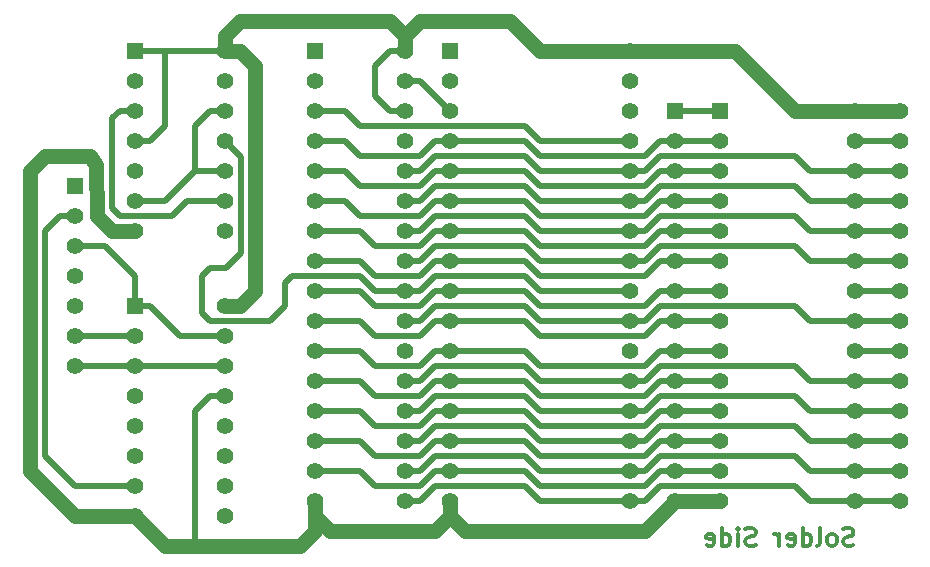
<source format=gbl>
G04 (created by PCBNEW (2013-07-07 BZR 4022)-stable) date 11/12/2014 2:51:25 PM*
%MOIN*%
G04 Gerber Fmt 3.4, Leading zero omitted, Abs format*
%FSLAX34Y34*%
G01*
G70*
G90*
G04 APERTURE LIST*
%ADD10C,0.00590551*%
%ADD11C,0.011811*%
%ADD12R,0.055X0.055*%
%ADD13C,0.055*%
%ADD14C,0.02*%
%ADD15C,0.05*%
G04 APERTURE END LIST*
G54D10*
G54D11*
X109960Y-55960D02*
X109876Y-55989D01*
X109735Y-55989D01*
X109679Y-55960D01*
X109651Y-55932D01*
X109623Y-55876D01*
X109623Y-55820D01*
X109651Y-55764D01*
X109679Y-55735D01*
X109735Y-55707D01*
X109848Y-55679D01*
X109904Y-55651D01*
X109932Y-55623D01*
X109960Y-55567D01*
X109960Y-55510D01*
X109932Y-55454D01*
X109904Y-55426D01*
X109848Y-55398D01*
X109707Y-55398D01*
X109623Y-55426D01*
X109285Y-55989D02*
X109341Y-55960D01*
X109370Y-55932D01*
X109398Y-55876D01*
X109398Y-55707D01*
X109370Y-55651D01*
X109341Y-55623D01*
X109285Y-55595D01*
X109201Y-55595D01*
X109145Y-55623D01*
X109116Y-55651D01*
X109088Y-55707D01*
X109088Y-55876D01*
X109116Y-55932D01*
X109145Y-55960D01*
X109201Y-55989D01*
X109285Y-55989D01*
X108751Y-55989D02*
X108807Y-55960D01*
X108835Y-55904D01*
X108835Y-55398D01*
X108273Y-55989D02*
X108273Y-55398D01*
X108273Y-55960D02*
X108329Y-55989D01*
X108442Y-55989D01*
X108498Y-55960D01*
X108526Y-55932D01*
X108554Y-55876D01*
X108554Y-55707D01*
X108526Y-55651D01*
X108498Y-55623D01*
X108442Y-55595D01*
X108329Y-55595D01*
X108273Y-55623D01*
X107767Y-55960D02*
X107823Y-55989D01*
X107935Y-55989D01*
X107992Y-55960D01*
X108020Y-55904D01*
X108020Y-55679D01*
X107992Y-55623D01*
X107935Y-55595D01*
X107823Y-55595D01*
X107767Y-55623D01*
X107739Y-55679D01*
X107739Y-55735D01*
X108020Y-55792D01*
X107485Y-55989D02*
X107485Y-55595D01*
X107485Y-55707D02*
X107457Y-55651D01*
X107429Y-55623D01*
X107373Y-55595D01*
X107317Y-55595D01*
X106698Y-55960D02*
X106614Y-55989D01*
X106473Y-55989D01*
X106417Y-55960D01*
X106389Y-55932D01*
X106361Y-55876D01*
X106361Y-55820D01*
X106389Y-55764D01*
X106417Y-55735D01*
X106473Y-55707D01*
X106586Y-55679D01*
X106642Y-55651D01*
X106670Y-55623D01*
X106698Y-55567D01*
X106698Y-55510D01*
X106670Y-55454D01*
X106642Y-55426D01*
X106586Y-55398D01*
X106445Y-55398D01*
X106361Y-55426D01*
X106107Y-55989D02*
X106107Y-55595D01*
X106107Y-55398D02*
X106136Y-55426D01*
X106107Y-55454D01*
X106079Y-55426D01*
X106107Y-55398D01*
X106107Y-55454D01*
X105573Y-55989D02*
X105573Y-55398D01*
X105573Y-55960D02*
X105629Y-55989D01*
X105742Y-55989D01*
X105798Y-55960D01*
X105826Y-55932D01*
X105854Y-55876D01*
X105854Y-55707D01*
X105826Y-55651D01*
X105798Y-55623D01*
X105742Y-55595D01*
X105629Y-55595D01*
X105573Y-55623D01*
X105067Y-55960D02*
X105123Y-55989D01*
X105236Y-55989D01*
X105292Y-55960D01*
X105320Y-55904D01*
X105320Y-55679D01*
X105292Y-55623D01*
X105236Y-55595D01*
X105123Y-55595D01*
X105067Y-55623D01*
X105039Y-55679D01*
X105039Y-55735D01*
X105320Y-55792D01*
G54D12*
X84000Y-44000D03*
G54D13*
X84000Y-45000D03*
X84000Y-46000D03*
X84000Y-47000D03*
X84000Y-48000D03*
X84000Y-49000D03*
X84000Y-50000D03*
G54D12*
X96500Y-39500D03*
G54D13*
X96500Y-40500D03*
X96500Y-41500D03*
X96500Y-42500D03*
X96500Y-43500D03*
X96500Y-44500D03*
X96500Y-45500D03*
X96500Y-46500D03*
X96500Y-47500D03*
X96500Y-48500D03*
X96500Y-49500D03*
X96500Y-50500D03*
X96500Y-51500D03*
X96500Y-52500D03*
X96500Y-53500D03*
X96500Y-54500D03*
X102500Y-54500D03*
X102500Y-53500D03*
X102500Y-52500D03*
X102500Y-51500D03*
X102500Y-50500D03*
X102500Y-49500D03*
X102500Y-48500D03*
X102500Y-47500D03*
X102500Y-46500D03*
X102500Y-45500D03*
X102500Y-44500D03*
X102500Y-43500D03*
X102500Y-42500D03*
X102500Y-41500D03*
X102500Y-40500D03*
X102500Y-39500D03*
G54D12*
X105500Y-41500D03*
G54D13*
X105500Y-42500D03*
X105500Y-43500D03*
X105500Y-44500D03*
X105500Y-45500D03*
X105500Y-46500D03*
X105500Y-47500D03*
X105500Y-48500D03*
X105500Y-49500D03*
X105500Y-50500D03*
X105500Y-51500D03*
X105500Y-52500D03*
X105500Y-53500D03*
X105500Y-54500D03*
X111500Y-54500D03*
X111500Y-53500D03*
X111500Y-52500D03*
X111500Y-51500D03*
X111500Y-50500D03*
X111500Y-49500D03*
X111500Y-48500D03*
X111500Y-47500D03*
X111500Y-46500D03*
X111500Y-45500D03*
X111500Y-44500D03*
X111500Y-43500D03*
X111500Y-42500D03*
X111500Y-41500D03*
G54D12*
X104000Y-41500D03*
G54D13*
X104000Y-42500D03*
X104000Y-43500D03*
X104000Y-44500D03*
X104000Y-45500D03*
X104000Y-46500D03*
X104000Y-47500D03*
X104000Y-48500D03*
X104000Y-49500D03*
X104000Y-50500D03*
X104000Y-51500D03*
X104000Y-52500D03*
X104000Y-53500D03*
X104000Y-54500D03*
X110000Y-54500D03*
X110000Y-53500D03*
X110000Y-52500D03*
X110000Y-51500D03*
X110000Y-50500D03*
X110000Y-49500D03*
X110000Y-48500D03*
X110000Y-47500D03*
X110000Y-46500D03*
X110000Y-45500D03*
X110000Y-44500D03*
X110000Y-43500D03*
X110000Y-42500D03*
X110000Y-41500D03*
G54D12*
X86000Y-48000D03*
G54D13*
X86000Y-49000D03*
X86000Y-50000D03*
X86000Y-51000D03*
X86000Y-52000D03*
X86000Y-53000D03*
X86000Y-54000D03*
X86000Y-55000D03*
X89000Y-55000D03*
X89000Y-54000D03*
X89000Y-53000D03*
X89000Y-52000D03*
X89000Y-51000D03*
X89000Y-50000D03*
X89000Y-49000D03*
X89000Y-48000D03*
G54D12*
X86000Y-39500D03*
G54D13*
X86000Y-40500D03*
X86000Y-41500D03*
X86000Y-42500D03*
X86000Y-43500D03*
X86000Y-44500D03*
X86000Y-45500D03*
X89000Y-45500D03*
X89000Y-44500D03*
X89000Y-43500D03*
X89000Y-42500D03*
X89000Y-41500D03*
X89000Y-40500D03*
X89000Y-39500D03*
G54D12*
X92000Y-39500D03*
G54D13*
X92000Y-40500D03*
X92000Y-41500D03*
X92000Y-42500D03*
X92000Y-43500D03*
X92000Y-44500D03*
X92000Y-45500D03*
X92000Y-46500D03*
X92000Y-47500D03*
X92000Y-48500D03*
X92000Y-49500D03*
X92000Y-50500D03*
X92000Y-51500D03*
X92000Y-52500D03*
X92000Y-53500D03*
X92000Y-54500D03*
X95000Y-54500D03*
X95000Y-53500D03*
X95000Y-52500D03*
X95000Y-51500D03*
X95000Y-50500D03*
X95000Y-49500D03*
X95000Y-48500D03*
X95000Y-47500D03*
X95000Y-46500D03*
X95000Y-45500D03*
X95000Y-44500D03*
X95000Y-43500D03*
X95000Y-42500D03*
X95000Y-41500D03*
X95000Y-40500D03*
X95000Y-39500D03*
G54D14*
X96500Y-50500D02*
X96000Y-50500D01*
X93500Y-50500D02*
X92000Y-50500D01*
X94000Y-51000D02*
X93500Y-50500D01*
X95500Y-51000D02*
X94000Y-51000D01*
X96000Y-50500D02*
X95500Y-51000D01*
X104000Y-50500D02*
X103500Y-50500D01*
X99000Y-50500D02*
X96500Y-50500D01*
X99500Y-51000D02*
X99000Y-50500D01*
X103000Y-51000D02*
X99500Y-51000D01*
X103500Y-50500D02*
X103000Y-51000D01*
X104000Y-50500D02*
X105500Y-50500D01*
X96500Y-49500D02*
X96000Y-49500D01*
X93500Y-49500D02*
X92000Y-49500D01*
X94000Y-50000D02*
X93500Y-49500D01*
X95500Y-50000D02*
X94000Y-50000D01*
X96000Y-49500D02*
X95500Y-50000D01*
X104000Y-49500D02*
X103500Y-49500D01*
X99000Y-49500D02*
X96500Y-49500D01*
X99500Y-50000D02*
X99000Y-49500D01*
X103000Y-50000D02*
X99500Y-50000D01*
X103500Y-49500D02*
X103000Y-50000D01*
X104000Y-49500D02*
X105500Y-49500D01*
X102500Y-48500D02*
X99500Y-48500D01*
X95500Y-48500D02*
X95000Y-48500D01*
X96000Y-48000D02*
X95500Y-48500D01*
X99000Y-48000D02*
X96000Y-48000D01*
X99500Y-48500D02*
X99000Y-48000D01*
X110000Y-48500D02*
X108500Y-48500D01*
X103000Y-48500D02*
X102500Y-48500D01*
X103500Y-48000D02*
X103000Y-48500D01*
X108000Y-48000D02*
X103500Y-48000D01*
X108500Y-48500D02*
X108000Y-48000D01*
X110000Y-48500D02*
X111500Y-48500D01*
X102500Y-46500D02*
X99500Y-46500D01*
X95500Y-46500D02*
X95000Y-46500D01*
X96000Y-46000D02*
X95500Y-46500D01*
X99000Y-46000D02*
X96000Y-46000D01*
X99500Y-46500D02*
X99000Y-46000D01*
X110000Y-46500D02*
X108500Y-46500D01*
X103000Y-46500D02*
X102500Y-46500D01*
X103500Y-46000D02*
X103000Y-46500D01*
X108000Y-46000D02*
X103500Y-46000D01*
X108500Y-46500D02*
X108000Y-46000D01*
X110000Y-46500D02*
X111500Y-46500D01*
X96500Y-42500D02*
X96000Y-42500D01*
X93000Y-42500D02*
X92000Y-42500D01*
X93500Y-43000D02*
X93000Y-42500D01*
X95500Y-43000D02*
X93500Y-43000D01*
X96000Y-42500D02*
X95500Y-43000D01*
X104000Y-42500D02*
X103500Y-42500D01*
X99000Y-42500D02*
X96500Y-42500D01*
X99500Y-43000D02*
X99000Y-42500D01*
X103000Y-43000D02*
X99500Y-43000D01*
X103500Y-42500D02*
X103000Y-43000D01*
X104000Y-42500D02*
X105500Y-42500D01*
X102500Y-43500D02*
X99500Y-43500D01*
X95500Y-43500D02*
X95000Y-43500D01*
X96000Y-43000D02*
X95500Y-43500D01*
X99000Y-43000D02*
X96000Y-43000D01*
X99500Y-43500D02*
X99000Y-43000D01*
X110000Y-43500D02*
X108500Y-43500D01*
X103000Y-43500D02*
X102500Y-43500D01*
X103500Y-43000D02*
X103000Y-43500D01*
X108000Y-43000D02*
X103500Y-43000D01*
X108500Y-43500D02*
X108000Y-43000D01*
X110000Y-43500D02*
X111500Y-43500D01*
X96500Y-48500D02*
X96000Y-48500D01*
X93500Y-48500D02*
X92000Y-48500D01*
X94000Y-49000D02*
X93500Y-48500D01*
X95500Y-49000D02*
X94000Y-49000D01*
X96000Y-48500D02*
X95500Y-49000D01*
X104000Y-48500D02*
X103500Y-48500D01*
X99000Y-48500D02*
X96500Y-48500D01*
X99500Y-49000D02*
X99000Y-48500D01*
X103000Y-49000D02*
X99500Y-49000D01*
X103500Y-48500D02*
X103000Y-49000D01*
X104000Y-48500D02*
X105500Y-48500D01*
X96500Y-47500D02*
X96000Y-47500D01*
X93500Y-47500D02*
X92000Y-47500D01*
X94000Y-48000D02*
X93500Y-47500D01*
X95500Y-48000D02*
X94000Y-48000D01*
X96000Y-47500D02*
X95500Y-48000D01*
X104000Y-47500D02*
X103500Y-47500D01*
X99000Y-47500D02*
X96500Y-47500D01*
X99500Y-48000D02*
X99000Y-47500D01*
X103000Y-48000D02*
X99500Y-48000D01*
X103500Y-47500D02*
X103000Y-48000D01*
X104000Y-47500D02*
X105500Y-47500D01*
X96500Y-46500D02*
X96000Y-46500D01*
X93500Y-46500D02*
X92000Y-46500D01*
X94000Y-47000D02*
X93500Y-46500D01*
X95500Y-47000D02*
X94000Y-47000D01*
X96000Y-46500D02*
X95500Y-47000D01*
X104000Y-46500D02*
X103500Y-46500D01*
X99000Y-46500D02*
X96500Y-46500D01*
X99500Y-47000D02*
X99000Y-46500D01*
X103000Y-47000D02*
X99500Y-47000D01*
X103500Y-46500D02*
X103000Y-47000D01*
X104000Y-46500D02*
X105500Y-46500D01*
X96500Y-45500D02*
X96000Y-45500D01*
X93500Y-45500D02*
X92000Y-45500D01*
X94000Y-46000D02*
X93500Y-45500D01*
X95500Y-46000D02*
X94000Y-46000D01*
X96000Y-45500D02*
X95500Y-46000D01*
X104000Y-45500D02*
X103500Y-45500D01*
X99000Y-45500D02*
X96500Y-45500D01*
X99500Y-46000D02*
X99000Y-45500D01*
X103000Y-46000D02*
X99500Y-46000D01*
X103500Y-45500D02*
X103000Y-46000D01*
X104000Y-45500D02*
X105500Y-45500D01*
X96500Y-44500D02*
X96000Y-44500D01*
X93000Y-44500D02*
X92000Y-44500D01*
X93500Y-45000D02*
X93000Y-44500D01*
X95500Y-45000D02*
X93500Y-45000D01*
X96000Y-44500D02*
X95500Y-45000D01*
X104000Y-44500D02*
X103500Y-44500D01*
X99000Y-44500D02*
X96500Y-44500D01*
X99500Y-45000D02*
X99000Y-44500D01*
X103000Y-45000D02*
X99500Y-45000D01*
X103500Y-44500D02*
X103000Y-45000D01*
X104000Y-44500D02*
X105500Y-44500D01*
X96500Y-43500D02*
X96000Y-43500D01*
X93000Y-43500D02*
X92000Y-43500D01*
X93500Y-44000D02*
X93000Y-43500D01*
X95500Y-44000D02*
X93500Y-44000D01*
X96000Y-43500D02*
X95500Y-44000D01*
X104000Y-43500D02*
X103500Y-43500D01*
X99000Y-43500D02*
X96500Y-43500D01*
X99500Y-44000D02*
X99000Y-43500D01*
X103000Y-44000D02*
X99500Y-44000D01*
X103500Y-43500D02*
X103000Y-44000D01*
X104000Y-43500D02*
X105500Y-43500D01*
X102500Y-44500D02*
X99500Y-44500D01*
X95500Y-44500D02*
X95000Y-44500D01*
X96000Y-44000D02*
X95500Y-44500D01*
X99000Y-44000D02*
X96000Y-44000D01*
X99500Y-44500D02*
X99000Y-44000D01*
X110000Y-44500D02*
X108500Y-44500D01*
X103000Y-44500D02*
X102500Y-44500D01*
X103500Y-44000D02*
X103000Y-44500D01*
X108000Y-44000D02*
X103500Y-44000D01*
X108500Y-44500D02*
X108000Y-44000D01*
X110000Y-44500D02*
X111500Y-44500D01*
X102500Y-45500D02*
X99500Y-45500D01*
X95500Y-45500D02*
X95000Y-45500D01*
X96000Y-45000D02*
X95500Y-45500D01*
X99000Y-45000D02*
X96000Y-45000D01*
X99500Y-45500D02*
X99000Y-45000D01*
X110000Y-45500D02*
X108500Y-45500D01*
X103000Y-45500D02*
X102500Y-45500D01*
X103500Y-45000D02*
X103000Y-45500D01*
X108000Y-45000D02*
X103500Y-45000D01*
X108500Y-45500D02*
X108000Y-45000D01*
X110000Y-45500D02*
X111500Y-45500D01*
X96500Y-51500D02*
X96000Y-51500D01*
X93500Y-51500D02*
X92000Y-51500D01*
X94000Y-52000D02*
X93500Y-51500D01*
X95500Y-52000D02*
X94000Y-52000D01*
X96000Y-51500D02*
X95500Y-52000D01*
X104000Y-51500D02*
X103500Y-51500D01*
X99000Y-51500D02*
X96500Y-51500D01*
X99500Y-52000D02*
X99000Y-51500D01*
X103000Y-52000D02*
X99500Y-52000D01*
X103500Y-51500D02*
X103000Y-52000D01*
X104000Y-51500D02*
X105500Y-51500D01*
X96500Y-52500D02*
X96000Y-52500D01*
X93500Y-52500D02*
X92000Y-52500D01*
X94000Y-53000D02*
X93500Y-52500D01*
X95500Y-53000D02*
X94000Y-53000D01*
X96000Y-52500D02*
X95500Y-53000D01*
X104000Y-52500D02*
X103500Y-52500D01*
X99000Y-52500D02*
X96500Y-52500D01*
X99500Y-53000D02*
X99000Y-52500D01*
X103000Y-53000D02*
X99500Y-53000D01*
X103500Y-52500D02*
X103000Y-53000D01*
X104000Y-52500D02*
X105500Y-52500D01*
X96500Y-53500D02*
X96000Y-53500D01*
X93500Y-53500D02*
X92000Y-53500D01*
X94000Y-54000D02*
X93500Y-53500D01*
X95500Y-54000D02*
X94000Y-54000D01*
X96000Y-53500D02*
X95500Y-54000D01*
X104000Y-53500D02*
X103500Y-53500D01*
X99000Y-53500D02*
X96500Y-53500D01*
X99500Y-54000D02*
X99000Y-53500D01*
X103000Y-54000D02*
X99500Y-54000D01*
X103500Y-53500D02*
X103000Y-54000D01*
X104000Y-53500D02*
X105500Y-53500D01*
X102500Y-54500D02*
X99500Y-54500D01*
X95500Y-54500D02*
X95000Y-54500D01*
X96000Y-54000D02*
X95500Y-54500D01*
X99000Y-54000D02*
X96000Y-54000D01*
X99500Y-54500D02*
X99000Y-54000D01*
X110000Y-54500D02*
X108500Y-54500D01*
X103000Y-54500D02*
X102500Y-54500D01*
X103500Y-54000D02*
X103000Y-54500D01*
X108000Y-54000D02*
X103500Y-54000D01*
X108500Y-54500D02*
X108000Y-54000D01*
X110000Y-54500D02*
X111500Y-54500D01*
X110000Y-53500D02*
X108500Y-53500D01*
X103000Y-53500D02*
X102500Y-53500D01*
X103500Y-53000D02*
X103000Y-53500D01*
X108000Y-53000D02*
X103500Y-53000D01*
X108500Y-53500D02*
X108000Y-53000D01*
X102500Y-53500D02*
X99500Y-53500D01*
X95500Y-53500D02*
X95000Y-53500D01*
X96000Y-53000D02*
X95500Y-53500D01*
X99000Y-53000D02*
X96000Y-53000D01*
X99500Y-53500D02*
X99000Y-53000D01*
X110000Y-53500D02*
X111500Y-53500D01*
X102500Y-52500D02*
X99500Y-52500D01*
X95500Y-52500D02*
X95000Y-52500D01*
X96000Y-52000D02*
X95500Y-52500D01*
X99000Y-52000D02*
X96000Y-52000D01*
X99500Y-52500D02*
X99000Y-52000D01*
X110000Y-52500D02*
X108500Y-52500D01*
X103000Y-52500D02*
X102500Y-52500D01*
X103500Y-52000D02*
X103000Y-52500D01*
X108000Y-52000D02*
X103500Y-52000D01*
X108500Y-52500D02*
X108000Y-52000D01*
X110000Y-52500D02*
X111500Y-52500D01*
X102500Y-51500D02*
X99500Y-51500D01*
X95500Y-51500D02*
X95000Y-51500D01*
X96000Y-51000D02*
X95500Y-51500D01*
X99000Y-51000D02*
X96000Y-51000D01*
X99500Y-51500D02*
X99000Y-51000D01*
X110000Y-51500D02*
X108500Y-51500D01*
X103000Y-51500D02*
X102500Y-51500D01*
X103500Y-51000D02*
X103000Y-51500D01*
X108000Y-51000D02*
X103500Y-51000D01*
X108500Y-51500D02*
X108000Y-51000D01*
X110000Y-51500D02*
X111500Y-51500D01*
X110000Y-50500D02*
X108500Y-50500D01*
X103000Y-50500D02*
X102500Y-50500D01*
X103500Y-50000D02*
X103000Y-50500D01*
X108000Y-50000D02*
X103500Y-50000D01*
X108500Y-50500D02*
X108000Y-50000D01*
X102500Y-50500D02*
X99500Y-50500D01*
X95500Y-50500D02*
X95000Y-50500D01*
X96000Y-50000D02*
X95500Y-50500D01*
X99000Y-50000D02*
X96000Y-50000D01*
X99500Y-50500D02*
X99000Y-50000D01*
X110000Y-50500D02*
X111500Y-50500D01*
X86000Y-48000D02*
X86500Y-48000D01*
X87500Y-49000D02*
X89000Y-49000D01*
X86500Y-48000D02*
X87500Y-49000D01*
X84000Y-46000D02*
X85000Y-46000D01*
X86000Y-47000D02*
X86000Y-48000D01*
X85000Y-46000D02*
X86000Y-47000D01*
X84000Y-45000D02*
X83500Y-45000D01*
X84000Y-54000D02*
X86000Y-54000D01*
X83000Y-53000D02*
X84000Y-54000D01*
X83000Y-45500D02*
X83000Y-53000D01*
X83500Y-45000D02*
X83000Y-45500D01*
X110000Y-49500D02*
X111500Y-49500D01*
X110000Y-47500D02*
X111500Y-47500D01*
X110000Y-42500D02*
X111500Y-42500D01*
X105500Y-41500D02*
X104000Y-41500D01*
X95000Y-47500D02*
X94000Y-47500D01*
X89549Y-43049D02*
X89000Y-42500D01*
X89549Y-46250D02*
X89549Y-43049D01*
X89049Y-46750D02*
X89549Y-46250D01*
X88500Y-46750D02*
X89049Y-46750D01*
X88250Y-47000D02*
X88500Y-46750D01*
X88250Y-48250D02*
X88250Y-47000D01*
X88500Y-48500D02*
X88250Y-48250D01*
X90500Y-48500D02*
X88500Y-48500D01*
X91000Y-48000D02*
X90500Y-48500D01*
X91000Y-47250D02*
X91000Y-48000D01*
X91250Y-47000D02*
X91000Y-47250D01*
X93500Y-47000D02*
X91250Y-47000D01*
X94000Y-47500D02*
X93500Y-47000D01*
X102500Y-47500D02*
X99500Y-47500D01*
X95500Y-47500D02*
X95000Y-47500D01*
X96000Y-47000D02*
X95500Y-47500D01*
X99000Y-47000D02*
X96000Y-47000D01*
X99500Y-47500D02*
X99000Y-47000D01*
X102500Y-42500D02*
X99500Y-42500D01*
X93000Y-41500D02*
X92000Y-41500D01*
X93500Y-42000D02*
X93000Y-41500D01*
X99000Y-42000D02*
X93500Y-42000D01*
X99500Y-42500D02*
X99000Y-42000D01*
X96500Y-41500D02*
X95500Y-40500D01*
X95500Y-40500D02*
X95000Y-40500D01*
X84000Y-49000D02*
X86000Y-49000D01*
X86000Y-50000D02*
X89000Y-50000D01*
X84000Y-50000D02*
X86000Y-50000D01*
X89000Y-51000D02*
X88500Y-51000D01*
X88000Y-51500D02*
X88000Y-56000D01*
X88500Y-51000D02*
X88000Y-51500D01*
G54D15*
X86000Y-45500D02*
X85250Y-45500D01*
X84000Y-55000D02*
X86000Y-55000D01*
X82500Y-53500D02*
X84000Y-55000D01*
X82500Y-43500D02*
X82500Y-53500D01*
X83000Y-43000D02*
X82500Y-43500D01*
X84500Y-43000D02*
X83000Y-43000D01*
X84709Y-43310D02*
X84500Y-43000D01*
X84750Y-45000D02*
X84709Y-43310D01*
X85250Y-45500D02*
X84750Y-45000D01*
X86000Y-55000D02*
X86500Y-55500D01*
X92000Y-55500D02*
X92000Y-54500D01*
X91500Y-56000D02*
X92000Y-55500D01*
X87000Y-56000D02*
X88000Y-56000D01*
X88000Y-56000D02*
X91500Y-56000D01*
X86500Y-55500D02*
X87000Y-56000D01*
X96500Y-54500D02*
X96500Y-55000D01*
X96500Y-55000D02*
X96000Y-55500D01*
X92000Y-55000D02*
X92000Y-54500D01*
X92500Y-55500D02*
X92000Y-55000D01*
X96000Y-55500D02*
X92500Y-55500D01*
X104000Y-54500D02*
X103500Y-55000D01*
X97000Y-55500D02*
X96500Y-55000D01*
X103000Y-55500D02*
X97000Y-55500D01*
X103500Y-55000D02*
X103000Y-55500D01*
X105500Y-54500D02*
X104000Y-54500D01*
G54D14*
X88000Y-43500D02*
X88000Y-42000D01*
X88500Y-41500D02*
X89000Y-41500D01*
X88000Y-42000D02*
X88500Y-41500D01*
X86000Y-44500D02*
X87000Y-44500D01*
X88000Y-43500D02*
X89000Y-43500D01*
X87000Y-44500D02*
X88000Y-43500D01*
X86000Y-41500D02*
X85500Y-41500D01*
X87750Y-44500D02*
X89000Y-44500D01*
X87250Y-45000D02*
X87750Y-44500D01*
X85500Y-45000D02*
X87250Y-45000D01*
X85250Y-44750D02*
X85500Y-45000D01*
X85250Y-41750D02*
X85250Y-44750D01*
X85500Y-41500D02*
X85250Y-41750D01*
X95000Y-41500D02*
X94500Y-41500D01*
X94500Y-39500D02*
X95000Y-39500D01*
X94000Y-40000D02*
X94500Y-39500D01*
X94000Y-41000D02*
X94000Y-40000D01*
X94500Y-41500D02*
X94000Y-41000D01*
G54D15*
X89000Y-39500D02*
X89500Y-39500D01*
X89500Y-48000D02*
X89000Y-48000D01*
X90000Y-47500D02*
X89500Y-48000D01*
X90000Y-40000D02*
X90000Y-41000D01*
X90000Y-41000D02*
X90000Y-47500D01*
X89500Y-39500D02*
X90000Y-40000D01*
G54D14*
X86000Y-42500D02*
X86500Y-42500D01*
X87000Y-42000D02*
X87000Y-39500D01*
X86500Y-42500D02*
X87000Y-42000D01*
X86000Y-39500D02*
X87000Y-39500D01*
X87000Y-39500D02*
X89000Y-39500D01*
G54D15*
X89000Y-39500D02*
X89000Y-39000D01*
X94500Y-38500D02*
X95000Y-39000D01*
X89500Y-38500D02*
X94500Y-38500D01*
X89000Y-39000D02*
X89500Y-38500D01*
X95000Y-39000D02*
X95000Y-39500D01*
X102500Y-39500D02*
X99500Y-39500D01*
X95000Y-39000D02*
X95000Y-39500D01*
X95500Y-38500D02*
X95000Y-39000D01*
X98500Y-38500D02*
X95500Y-38500D01*
X99500Y-39500D02*
X98500Y-38500D01*
X110000Y-41500D02*
X108000Y-41500D01*
X106000Y-39500D02*
X102500Y-39500D01*
X108000Y-41500D02*
X106000Y-39500D01*
X111500Y-41500D02*
X110000Y-41500D01*
M02*

</source>
